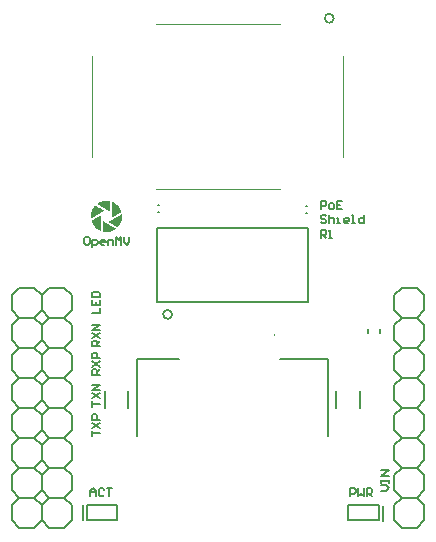
<source format=gto>
G04*
G04 #@! TF.GenerationSoftware,Altium Limited,Altium Designer,21.7.2 (23)*
G04*
G04 Layer_Color=65535*
%FSLAX25Y25*%
%MOIN*%
G70*
G04*
G04 #@! TF.SameCoordinates,2ED69007-8404-4F84-9E22-07974BFFE74B*
G04*
G04*
G04 #@! TF.FilePolarity,Positive*
G04*
G01*
G75*
%ADD10C,0.00500*%
%ADD11C,0.00394*%
%ADD12C,0.00787*%
%ADD13C,0.00787*%
%ADD14C,0.00591*%
%ADD15C,0.00800*%
%ADD16C,0.00544*%
%ADD17C,0.00598*%
%ADD18C,0.00527*%
G36*
X-153454Y82389D02*
X-152754D01*
Y82289D01*
X-152654D01*
Y82189D01*
Y82089D01*
Y81989D01*
Y81889D01*
Y81789D01*
Y81689D01*
Y81589D01*
Y81489D01*
Y81389D01*
Y81289D01*
Y81189D01*
Y81089D01*
Y80989D01*
Y80889D01*
Y80789D01*
Y80689D01*
Y80589D01*
Y80489D01*
Y80389D01*
Y80289D01*
Y80189D01*
Y80089D01*
Y79989D01*
Y79889D01*
Y79789D01*
Y79689D01*
Y79589D01*
Y79489D01*
Y79389D01*
Y79289D01*
Y79189D01*
Y79089D01*
Y78989D01*
Y78889D01*
Y78789D01*
X-152754D01*
Y78889D01*
X-152854D01*
Y78989D01*
X-153054D01*
Y79089D01*
X-153254D01*
Y79189D01*
X-153454D01*
Y79289D01*
X-153554D01*
Y79389D01*
X-153754D01*
Y79489D01*
X-153954D01*
Y79589D01*
X-154054D01*
Y79689D01*
X-154254D01*
Y79789D01*
X-154454D01*
Y79889D01*
X-154654D01*
Y79989D01*
X-154754D01*
Y80089D01*
X-154954D01*
Y80189D01*
X-155154D01*
Y80289D01*
X-155354D01*
Y80389D01*
X-155454D01*
Y80489D01*
X-155654D01*
Y80589D01*
X-155854D01*
Y80689D01*
X-155954D01*
Y80789D01*
X-156154D01*
Y80889D01*
X-156354D01*
Y80989D01*
X-156554D01*
Y81089D01*
X-156654D01*
Y81189D01*
X-156854D01*
Y81289D01*
X-157054D01*
Y81389D01*
X-156954D01*
Y81489D01*
X-156854D01*
Y81589D01*
X-156654D01*
Y81689D01*
X-156554D01*
Y81789D01*
X-156354D01*
Y81889D01*
X-156154D01*
Y81989D01*
X-155954D01*
Y82089D01*
X-155654D01*
Y82189D01*
X-155354D01*
Y82289D01*
X-154954D01*
Y82389D01*
X-154254D01*
Y82489D01*
X-153454D01*
Y82389D01*
D02*
G37*
G36*
X-151854Y81989D02*
X-151654D01*
Y81889D01*
X-151454D01*
Y81789D01*
X-151254D01*
Y81689D01*
X-151054D01*
Y81589D01*
X-150954D01*
Y81489D01*
X-150754D01*
Y81389D01*
X-150654D01*
Y81289D01*
X-150554D01*
Y81189D01*
X-150454D01*
Y81089D01*
X-150354D01*
Y80989D01*
X-150254D01*
Y80889D01*
X-150154D01*
Y80789D01*
X-150054D01*
Y80689D01*
X-149954D01*
Y80589D01*
X-149854D01*
Y80489D01*
X-149754D01*
Y80389D01*
X-149654D01*
Y80289D01*
Y80189D01*
X-149554D01*
Y80089D01*
X-149454D01*
Y79989D01*
Y79889D01*
X-149354D01*
Y79789D01*
Y79689D01*
X-149254D01*
Y79589D01*
Y79489D01*
X-149154D01*
Y79389D01*
Y79289D01*
X-149054D01*
Y79189D01*
Y79089D01*
Y78989D01*
X-148954D01*
Y78889D01*
Y78789D01*
Y78689D01*
Y78589D01*
X-149154D01*
Y78489D01*
X-149354D01*
Y78389D01*
X-149454D01*
Y78289D01*
X-149654D01*
Y78189D01*
X-149854D01*
Y78089D01*
X-149954D01*
Y77989D01*
X-150154D01*
Y77889D01*
X-150354D01*
Y77789D01*
X-150554D01*
Y77689D01*
X-150654D01*
Y77589D01*
X-150854D01*
Y77489D01*
X-151054D01*
Y77389D01*
X-151254D01*
Y77289D01*
X-151354D01*
Y77189D01*
X-151554D01*
Y77089D01*
X-151754D01*
Y76989D01*
X-151854D01*
Y76889D01*
X-151954D01*
Y76989D01*
Y77089D01*
Y77189D01*
Y77289D01*
Y77389D01*
Y77489D01*
Y77589D01*
Y77689D01*
Y77789D01*
Y77889D01*
Y77989D01*
Y78089D01*
Y78189D01*
Y78289D01*
Y78389D01*
Y78489D01*
Y78589D01*
Y78689D01*
Y78789D01*
Y78889D01*
Y78989D01*
Y79089D01*
Y79189D01*
Y79289D01*
Y79389D01*
Y79489D01*
Y79589D01*
Y79689D01*
Y79789D01*
Y79889D01*
Y79989D01*
Y80089D01*
Y80189D01*
Y80289D01*
Y80389D01*
Y80489D01*
Y80589D01*
Y80689D01*
Y80789D01*
Y80889D01*
Y80989D01*
Y81089D01*
Y81189D01*
Y81289D01*
Y81389D01*
Y81489D01*
Y81589D01*
Y81689D01*
Y81789D01*
Y81889D01*
Y81989D01*
Y82089D01*
X-151854D01*
Y81989D01*
D02*
G37*
G36*
X-157554Y80789D02*
X-157354D01*
Y80689D01*
X-157254D01*
Y80589D01*
X-157054D01*
Y80489D01*
X-156854D01*
Y80389D01*
X-156654D01*
Y80289D01*
X-156554D01*
Y80189D01*
X-156354D01*
Y80089D01*
X-156154D01*
Y79989D01*
X-156054D01*
Y79889D01*
X-155854D01*
Y79789D01*
X-155654D01*
Y79689D01*
X-155454D01*
Y79589D01*
X-155354D01*
Y79489D01*
X-155154D01*
Y79389D01*
X-154954D01*
Y79289D01*
X-154854D01*
Y79189D01*
X-154654D01*
Y79089D01*
Y78989D01*
X-154854D01*
Y78889D01*
X-155054D01*
Y78789D01*
X-155254D01*
Y78689D01*
X-155354D01*
Y78589D01*
X-155554D01*
Y78489D01*
X-155754D01*
Y78389D01*
X-155954D01*
Y78289D01*
X-156054D01*
Y78189D01*
X-156254D01*
Y78089D01*
X-156454D01*
Y77989D01*
X-156554D01*
Y77889D01*
X-156754D01*
Y77789D01*
X-156954D01*
Y77689D01*
X-157154D01*
Y77589D01*
X-157254D01*
Y77489D01*
X-157454D01*
Y77389D01*
X-157654D01*
Y77289D01*
X-157854D01*
Y77189D01*
X-157954D01*
Y77089D01*
X-158154D01*
Y76989D01*
X-158354D01*
Y76889D01*
X-158454D01*
Y76789D01*
X-158654D01*
Y76689D01*
X-158854D01*
Y76589D01*
X-159054D01*
Y76689D01*
Y76789D01*
Y76889D01*
Y76989D01*
Y77089D01*
Y77189D01*
Y77289D01*
Y77389D01*
Y77489D01*
Y77589D01*
Y77689D01*
Y77789D01*
Y77889D01*
Y77989D01*
Y78089D01*
Y78189D01*
X-158954D01*
Y78289D01*
Y78389D01*
Y78489D01*
Y78589D01*
X-158854D01*
Y78689D01*
Y78789D01*
Y78889D01*
X-158754D01*
Y78989D01*
Y79089D01*
Y79189D01*
X-158654D01*
Y79289D01*
Y79389D01*
X-158554D01*
Y79489D01*
Y79589D01*
X-158454D01*
Y79689D01*
Y79789D01*
X-158354D01*
Y79889D01*
Y79989D01*
X-158254D01*
Y80089D01*
Y80189D01*
X-158154D01*
Y80289D01*
X-158054D01*
Y80389D01*
X-157954D01*
Y80489D01*
Y80589D01*
X-157854D01*
Y80689D01*
X-157754D01*
Y80789D01*
X-157654D01*
Y80889D01*
X-157554D01*
Y80789D01*
D02*
G37*
G36*
X-148754Y77789D02*
Y77689D01*
Y77589D01*
X-148654D01*
Y77489D01*
Y77389D01*
Y77289D01*
Y77189D01*
Y77089D01*
Y76989D01*
X-148754D01*
Y76889D01*
Y76789D01*
Y76689D01*
Y76589D01*
Y76489D01*
Y76389D01*
Y76289D01*
Y76189D01*
X-148854D01*
Y76089D01*
Y75989D01*
Y75889D01*
Y75789D01*
X-148954D01*
Y75689D01*
Y75589D01*
Y75489D01*
X-149054D01*
Y75389D01*
Y75289D01*
Y75189D01*
X-149154D01*
Y75089D01*
Y74989D01*
X-149254D01*
Y74889D01*
Y74789D01*
X-149354D01*
Y74689D01*
Y74589D01*
X-149454D01*
Y74489D01*
X-149554D01*
Y74389D01*
Y74289D01*
X-149654D01*
Y74189D01*
X-149754D01*
Y74089D01*
Y73989D01*
X-149854D01*
Y73889D01*
X-149954D01*
Y73789D01*
X-150054D01*
Y73689D01*
X-150354D01*
Y73789D01*
X-150554D01*
Y73889D01*
X-150654D01*
Y73989D01*
X-150854D01*
Y74089D01*
X-151054D01*
Y74189D01*
X-151254D01*
Y74289D01*
X-151354D01*
Y74389D01*
X-151554D01*
Y74489D01*
X-151754D01*
Y74589D01*
X-151954D01*
Y74689D01*
X-152054D01*
Y74789D01*
X-152254D01*
Y74889D01*
X-152454D01*
Y74989D01*
X-152554D01*
Y75089D01*
X-152754D01*
Y75189D01*
X-152954D01*
Y75289D01*
X-153154D01*
Y75389D01*
X-153054D01*
Y75489D01*
X-152954D01*
Y75589D01*
X-152754D01*
Y75689D01*
X-152554D01*
Y75789D01*
X-152454D01*
Y75889D01*
X-152254D01*
Y75989D01*
X-152054D01*
Y76089D01*
X-151854D01*
Y76189D01*
X-151754D01*
Y76289D01*
X-151554D01*
Y76389D01*
X-151354D01*
Y76489D01*
X-151254D01*
Y76589D01*
X-151054D01*
Y76689D01*
X-150854D01*
Y76789D01*
X-150654D01*
Y76889D01*
X-150554D01*
Y76989D01*
X-150354D01*
Y77089D01*
X-150154D01*
Y77189D01*
X-149954D01*
Y77289D01*
X-149854D01*
Y77389D01*
X-149654D01*
Y77489D01*
X-149454D01*
Y77589D01*
X-149354D01*
Y77689D01*
X-149154D01*
Y77789D01*
X-148954D01*
Y77889D01*
X-148754D01*
Y77789D01*
D02*
G37*
G36*
X-155854Y77389D02*
Y77289D01*
Y77189D01*
Y77089D01*
Y76989D01*
Y76889D01*
Y76789D01*
Y76689D01*
Y76589D01*
Y76489D01*
Y76389D01*
Y76289D01*
Y76189D01*
Y76089D01*
Y75989D01*
Y75889D01*
Y75789D01*
Y75689D01*
Y75589D01*
Y75489D01*
Y75389D01*
Y75289D01*
Y75189D01*
Y75089D01*
Y74989D01*
Y74889D01*
Y74789D01*
Y74689D01*
Y74589D01*
Y74489D01*
Y74389D01*
Y74289D01*
Y74189D01*
Y74089D01*
Y73989D01*
Y73889D01*
Y73789D01*
Y73689D01*
Y73589D01*
Y73489D01*
Y73389D01*
Y73289D01*
Y73189D01*
Y73089D01*
Y72989D01*
Y72889D01*
Y72789D01*
Y72689D01*
Y72589D01*
Y72489D01*
Y72389D01*
X-155954D01*
Y72489D01*
X-156154D01*
Y72589D01*
X-156354D01*
Y72689D01*
X-156554D01*
Y72789D01*
X-156654D01*
Y72889D01*
X-156854D01*
Y72989D01*
X-156954D01*
Y73089D01*
X-157054D01*
Y73189D01*
X-157254D01*
Y73289D01*
X-157354D01*
Y73389D01*
X-157454D01*
Y73489D01*
X-157554D01*
Y73589D01*
X-157654D01*
Y73689D01*
X-157754D01*
Y73789D01*
X-157854D01*
Y73889D01*
X-157954D01*
Y73989D01*
Y74089D01*
X-158054D01*
Y74189D01*
X-158154D01*
Y74289D01*
X-158254D01*
Y74389D01*
Y74489D01*
X-158354D01*
Y74589D01*
Y74689D01*
X-158454D01*
Y74789D01*
Y74889D01*
X-158554D01*
Y74989D01*
Y75089D01*
X-158654D01*
Y75189D01*
Y75289D01*
X-158754D01*
Y75389D01*
Y75489D01*
X-158854D01*
Y75589D01*
Y75689D01*
Y75789D01*
Y75889D01*
X-158654D01*
Y75989D01*
X-158454D01*
Y76089D01*
X-158354D01*
Y76189D01*
X-158154D01*
Y76289D01*
X-157954D01*
Y76389D01*
X-157754D01*
Y76489D01*
X-157654D01*
Y76589D01*
X-157454D01*
Y76689D01*
X-157254D01*
Y76789D01*
X-157054D01*
Y76889D01*
X-156954D01*
Y76989D01*
X-156754D01*
Y77089D01*
X-156554D01*
Y77189D01*
X-156454D01*
Y77289D01*
X-156254D01*
Y77389D01*
X-156054D01*
Y77489D01*
X-155854D01*
Y77389D01*
D02*
G37*
G36*
X-155054Y75589D02*
X-154854D01*
Y75489D01*
X-154654D01*
Y75389D01*
X-154454D01*
Y75289D01*
X-154354D01*
Y75189D01*
X-154154D01*
Y75089D01*
X-153954D01*
Y74989D01*
X-153854D01*
Y74889D01*
X-153654D01*
Y74789D01*
X-153454D01*
Y74689D01*
X-153254D01*
Y74589D01*
X-153154D01*
Y74489D01*
X-152954D01*
Y74389D01*
X-152754D01*
Y74289D01*
X-152654D01*
Y74189D01*
X-152454D01*
Y74089D01*
X-152254D01*
Y73989D01*
X-152054D01*
Y73889D01*
X-151954D01*
Y73789D01*
X-151754D01*
Y73689D01*
X-151554D01*
Y73589D01*
X-151354D01*
Y73489D01*
X-151254D01*
Y73389D01*
X-151054D01*
Y73289D01*
X-150854D01*
Y73189D01*
X-150654D01*
Y73089D01*
X-150754D01*
Y72989D01*
X-150954D01*
Y72889D01*
X-151054D01*
Y72789D01*
X-151254D01*
Y72689D01*
X-151454D01*
Y72589D01*
X-151654D01*
Y72489D01*
X-151854D01*
Y72389D01*
X-152054D01*
Y72289D01*
X-152454D01*
Y72189D01*
X-152854D01*
Y72089D01*
X-153654D01*
Y71989D01*
X-154254D01*
Y72089D01*
X-155054D01*
Y72189D01*
X-155154D01*
Y72289D01*
Y72389D01*
Y72489D01*
Y72589D01*
Y72689D01*
Y72789D01*
Y72889D01*
Y72989D01*
Y73089D01*
Y73189D01*
Y73289D01*
Y73389D01*
Y73489D01*
Y73589D01*
Y73689D01*
Y73789D01*
Y73889D01*
Y73989D01*
Y74089D01*
Y74189D01*
Y74289D01*
Y74389D01*
Y74489D01*
Y74589D01*
Y74689D01*
Y74789D01*
Y74889D01*
Y74989D01*
Y75089D01*
Y75189D01*
Y75289D01*
Y75389D01*
Y75489D01*
Y75589D01*
Y75689D01*
X-155054D01*
Y75589D01*
D02*
G37*
D10*
X-131997Y44576D02*
G03*
X-131997Y44576I-1500J0D01*
G01*
X-78107Y143273D02*
G03*
X-78107Y143273I-1500J0D01*
G01*
X-73316Y-24101D02*
Y-19101D01*
X-63178D01*
Y-24101D02*
Y-19101D01*
X-73316Y-24101D02*
X-63178D01*
X-150284Y-24101D02*
Y-19101D01*
X-160422Y-24101D02*
X-150284D01*
X-160422D02*
Y-19101D01*
X-150284D01*
D11*
X-97824Y37455D02*
G03*
X-97824Y37848I0J197D01*
G01*
D02*
G03*
X-97824Y37455I0J-197D01*
G01*
X-75107Y97139D02*
Y130604D01*
Y97139D02*
Y130604D01*
X-137489Y86312D02*
X-96150D01*
X-137489D02*
X-96150D01*
X-158532Y97139D02*
Y130604D01*
Y97139D02*
Y130604D01*
X-137489Y141430D02*
X-96150D01*
X-137489D02*
X-96150D01*
D12*
X-137194Y48773D02*
X-86800D01*
Y73379D01*
X-137194D02*
X-86800D01*
X-137194Y48773D02*
Y73379D01*
X-96131Y29581D02*
X-80025D01*
Y3990D02*
Y29581D01*
X-143726Y3990D02*
Y29581D01*
X-129592D01*
D13*
X-69477Y13438D02*
Y18950D01*
X-77351Y13438D02*
Y18950D01*
X-146643Y13438D02*
Y18950D01*
X-154517Y13438D02*
Y18950D01*
D14*
X-62784Y38242D02*
Y39619D01*
X-66721Y38242D02*
Y39619D01*
X-136697Y78619D02*
X-136303D01*
X-136697Y80981D02*
X-136303D01*
X-87297Y80781D02*
X-86903D01*
X-87297Y78419D02*
X-86903D01*
D15*
X-185501Y50899D02*
X-183001Y53399D01*
X-185501Y45899D02*
X-183001Y43399D01*
X-185501Y40899D02*
X-183001Y43399D01*
X-185501Y35899D02*
X-183001Y33399D01*
X-185501Y30899D02*
X-183001Y33399D01*
X-185501Y15899D02*
X-183001Y13399D01*
Y53399D02*
X-178001D01*
X-175501Y50899D01*
X-178001Y43399D02*
X-175501Y45899D01*
X-178001Y43399D02*
X-175501Y40899D01*
X-178001Y33399D02*
X-175501Y35899D01*
X-178001Y33399D02*
X-175501Y30899D01*
X-178001Y23399D02*
X-175501Y25899D01*
X-178001Y23399D02*
X-175501Y20899D01*
X-178001Y13399D02*
X-175501Y15899D01*
X-183001Y43399D02*
X-178001D01*
X-183001Y33399D02*
X-178001D01*
X-183001Y13399D02*
X-178001D01*
X-185501Y25899D02*
Y30899D01*
Y25899D02*
X-183001Y23399D01*
X-185501Y20899D02*
X-183001Y23399D01*
X-185501Y15899D02*
Y20899D01*
Y35899D02*
Y40899D01*
Y45899D02*
Y50899D01*
X-183001Y23399D02*
X-178001D01*
X-185501Y10899D02*
X-183001Y13399D01*
X-185501Y5899D02*
X-183001Y3399D01*
X-185501Y899D02*
X-183001Y3399D01*
X-185501Y-4101D02*
X-183001Y-6601D01*
X-185501Y-9101D02*
X-183001Y-6601D01*
X-185501Y-24101D02*
X-183001Y-26601D01*
X-178001Y13399D02*
X-175501Y10899D01*
X-178001Y3399D02*
X-175501Y5899D01*
X-178001Y3399D02*
X-175501Y899D01*
X-178001Y-6601D02*
X-175501Y-4101D01*
X-178001Y-6601D02*
X-175501Y-9101D01*
X-178001Y-16601D02*
X-175501Y-14101D01*
X-178001Y-16601D02*
X-175501Y-19101D01*
X-178001Y-26601D02*
X-175501Y-24101D01*
X-183001Y3399D02*
X-178001D01*
X-183001Y-6601D02*
X-178001D01*
X-183001Y-26601D02*
X-178001D01*
X-185501Y-14101D02*
Y-9101D01*
Y-14101D02*
X-183001Y-16601D01*
X-185501Y-19101D02*
X-183001Y-16601D01*
X-185501Y-24101D02*
Y-19101D01*
Y-4101D02*
Y899D01*
Y5899D02*
Y10899D01*
X-183001Y-16601D02*
X-178001D01*
X-57942Y50899D02*
X-55442Y53399D01*
X-57942Y45899D02*
X-55442Y43399D01*
X-57942Y40899D02*
X-55442Y43399D01*
X-57942Y35899D02*
X-55442Y33399D01*
X-57942Y30899D02*
X-55442Y33399D01*
X-57942Y15899D02*
X-55442Y13399D01*
Y53399D02*
X-50442D01*
X-47942Y50899D01*
Y45899D02*
Y50899D01*
X-50442Y43399D02*
X-47942Y45899D01*
X-50442Y43399D02*
X-47942Y40899D01*
Y35899D02*
Y40899D01*
X-50442Y33399D02*
X-47942Y35899D01*
X-50442Y33399D02*
X-47942Y30899D01*
Y25899D02*
Y30899D01*
X-50442Y23399D02*
X-47942Y25899D01*
X-50442Y23399D02*
X-47942Y20899D01*
Y15899D02*
Y20899D01*
X-50442Y13399D02*
X-47942Y15899D01*
X-55442Y43399D02*
X-50442D01*
X-55442Y33399D02*
X-50442D01*
X-55442Y13399D02*
X-50442D01*
X-57942Y25899D02*
Y30899D01*
Y25899D02*
X-55442Y23399D01*
X-57942Y20899D02*
X-55442Y23399D01*
X-57942Y15899D02*
Y20899D01*
Y35899D02*
Y40899D01*
Y45899D02*
Y50899D01*
X-55442Y23399D02*
X-50442D01*
X-57942Y10899D02*
X-55442Y13399D01*
X-57942Y5899D02*
X-55442Y3399D01*
X-57942Y899D02*
X-55442Y3399D01*
X-57942Y-4101D02*
X-55442Y-6601D01*
X-57942Y-9101D02*
X-55442Y-6601D01*
X-57942Y-24101D02*
X-55442Y-26601D01*
X-50442Y13399D02*
X-47942Y10899D01*
Y5899D02*
Y10899D01*
X-50442Y3399D02*
X-47942Y5899D01*
X-50442Y3399D02*
X-47942Y899D01*
Y-4101D02*
Y899D01*
X-50442Y-6601D02*
X-47942Y-4101D01*
X-50442Y-6601D02*
X-47942Y-9101D01*
Y-14101D02*
Y-9101D01*
X-50442Y-16601D02*
X-47942Y-14101D01*
X-50442Y-16601D02*
X-47942Y-19101D01*
Y-24101D02*
Y-19101D01*
X-50442Y-26601D02*
X-47942Y-24101D01*
X-55442Y3399D02*
X-50442D01*
X-55442Y-6601D02*
X-50442D01*
X-55442Y-26601D02*
X-50442D01*
X-57942Y-14101D02*
Y-9101D01*
Y-14101D02*
X-55442Y-16601D01*
X-57942Y-19101D02*
X-55442Y-16601D01*
X-57942Y-24101D02*
Y-19101D01*
Y-4101D02*
Y899D01*
Y5899D02*
Y10899D01*
X-55442Y-16601D02*
X-50442D01*
X-175501Y50899D02*
X-173001Y53399D01*
X-175501Y45899D02*
X-173001Y43399D01*
X-175501Y40899D02*
X-173001Y43399D01*
X-175501Y35899D02*
X-173001Y33399D01*
X-175501Y30899D02*
X-173001Y33399D01*
X-175501Y15899D02*
X-173001Y13399D01*
Y53399D02*
X-168001D01*
X-165501Y50899D01*
Y45899D02*
Y50899D01*
X-168001Y43399D02*
X-165501Y45899D01*
X-168001Y43399D02*
X-165501Y40899D01*
Y35899D02*
Y40899D01*
X-168001Y33399D02*
X-165501Y35899D01*
X-168001Y33399D02*
X-165501Y30899D01*
Y25899D02*
Y30899D01*
X-168001Y23399D02*
X-165501Y25899D01*
X-168001Y23399D02*
X-165501Y20899D01*
Y15899D02*
Y20899D01*
X-168001Y13399D02*
X-165501Y15899D01*
X-173001Y43399D02*
X-168001D01*
X-173001Y33399D02*
X-168001D01*
X-173001Y13399D02*
X-168001D01*
X-175501Y25899D02*
Y30899D01*
Y25899D02*
X-173001Y23399D01*
X-175501Y20899D02*
X-173001Y23399D01*
X-175501Y15899D02*
Y20899D01*
Y35899D02*
Y40899D01*
Y45899D02*
Y50899D01*
X-173001Y23399D02*
X-168001D01*
X-175501Y10899D02*
X-173001Y13399D01*
X-175501Y5899D02*
X-173001Y3399D01*
X-175501Y899D02*
X-173001Y3399D01*
X-175501Y-4101D02*
X-173001Y-6601D01*
X-175501Y-9101D02*
X-173001Y-6601D01*
X-175501Y-24101D02*
X-173001Y-26601D01*
X-168001Y13399D02*
X-165501Y10899D01*
Y5899D02*
Y10899D01*
X-168001Y3399D02*
X-165501Y5899D01*
X-168001Y3399D02*
X-165501Y899D01*
Y-4101D02*
Y899D01*
X-168001Y-6601D02*
X-165501Y-4101D01*
X-168001Y-6601D02*
X-165501Y-9101D01*
Y-14101D02*
Y-9101D01*
X-168001Y-16601D02*
X-165501Y-14101D01*
X-168001Y-16601D02*
X-165501Y-19101D01*
Y-24101D02*
Y-19101D01*
X-168001Y-26601D02*
X-165501Y-24101D01*
X-173001Y3399D02*
X-168001D01*
X-173001Y-6601D02*
X-168001D01*
X-173001Y-26601D02*
X-168001D01*
X-175501Y-14101D02*
Y-9101D01*
Y-14101D02*
X-173001Y-16601D01*
X-175501Y-19101D02*
X-173001Y-16601D01*
X-175501Y-24101D02*
Y-19101D01*
Y-4101D02*
Y899D01*
Y5899D02*
Y10899D01*
X-173001Y-16601D02*
X-168001D01*
X-61800Y-24160D02*
Y-19160D01*
X-161800Y-24042D02*
Y-19042D01*
D16*
X-82469Y70132D02*
Y72851D01*
X-81109D01*
X-80656Y72398D01*
Y71492D01*
X-81109Y71038D01*
X-82469D01*
X-81563D02*
X-80656Y70132D01*
X-79750D02*
X-78843D01*
X-79297D01*
Y72851D01*
X-79750Y72398D01*
X-80656Y77198D02*
X-81109Y77651D01*
X-82016D01*
X-82469Y77198D01*
Y76745D01*
X-82016Y76292D01*
X-81109D01*
X-80656Y75838D01*
Y75385D01*
X-81109Y74932D01*
X-82016D01*
X-82469Y75385D01*
X-79750Y77651D02*
Y74932D01*
Y76292D01*
X-79297Y76745D01*
X-78390D01*
X-77937Y76292D01*
Y74932D01*
X-77031D02*
X-76124D01*
X-76578D01*
Y76745D01*
X-77031D01*
X-73405Y74932D02*
X-74312D01*
X-74765Y75385D01*
Y76292D01*
X-74312Y76745D01*
X-73405D01*
X-72952Y76292D01*
Y75838D01*
X-74765D01*
X-72046Y74932D02*
X-71139D01*
X-71592D01*
Y77651D01*
X-72046D01*
X-67967D02*
Y74932D01*
X-69327D01*
X-69780Y75385D01*
Y76292D01*
X-69327Y76745D01*
X-67967D01*
X-82469Y79732D02*
Y82451D01*
X-81109D01*
X-80656Y81998D01*
Y81092D01*
X-81109Y80638D01*
X-82469D01*
X-79297Y79732D02*
X-78390D01*
X-77937Y80185D01*
Y81092D01*
X-78390Y81545D01*
X-79297D01*
X-79750Y81092D01*
Y80185D01*
X-79297Y79732D01*
X-75218Y82451D02*
X-77031D01*
Y79732D01*
X-75218D01*
X-77031Y81092D02*
X-76124D01*
D17*
X-62391Y-14226D02*
X-60578D01*
X-59672Y-13319D01*
X-60578Y-12413D01*
X-62391D01*
Y-11507D02*
Y-10600D01*
Y-11054D01*
X-59672D01*
Y-11507D01*
Y-10600D01*
Y-9241D02*
X-62391D01*
X-59672Y-7428D01*
X-62391D01*
X-158810Y3990D02*
Y5803D01*
Y4896D01*
X-156091D01*
X-158810Y6709D02*
X-156091Y8522D01*
X-158810D02*
X-156091Y6709D01*
Y9428D02*
X-158810D01*
Y10788D01*
X-158357Y11241D01*
X-157451D01*
X-156997Y10788D01*
Y9428D01*
X-158810Y13832D02*
Y15645D01*
Y14738D01*
X-156091D01*
X-158810Y16551D02*
X-156091Y18364D01*
X-158810D02*
X-156091Y16551D01*
Y19270D02*
X-158810D01*
X-156091Y21083D01*
X-158810D01*
X-156091Y24462D02*
X-158810D01*
Y25822D01*
X-158357Y26275D01*
X-157451D01*
X-156997Y25822D01*
Y24462D01*
Y25368D02*
X-156091Y26275D01*
X-158810Y27181D02*
X-156091Y28994D01*
X-158810D02*
X-156091Y27181D01*
Y29900D02*
X-158810D01*
Y31260D01*
X-158357Y31713D01*
X-157451D01*
X-156997Y31260D01*
Y29900D01*
X-156091Y33911D02*
X-158810D01*
Y35271D01*
X-158357Y35724D01*
X-157451D01*
X-156997Y35271D01*
Y33911D01*
Y34817D02*
X-156091Y35724D01*
X-158810Y36630D02*
X-156091Y38443D01*
X-158810D02*
X-156091Y36630D01*
Y39349D02*
X-158810D01*
X-156091Y41162D01*
X-158810D01*
Y44935D02*
X-156091D01*
Y46748D01*
X-158810Y49467D02*
Y47654D01*
X-156091D01*
Y49467D01*
X-157451Y47654D02*
Y48561D01*
X-158810Y50373D02*
X-156091D01*
Y51733D01*
X-156544Y52186D01*
X-158357D01*
X-158810Y51733D01*
Y50373D01*
X-72627Y-16089D02*
Y-13370D01*
X-71267D01*
X-70814Y-13823D01*
Y-14729D01*
X-71267Y-15183D01*
X-72627D01*
X-69908Y-13370D02*
Y-16089D01*
X-69002Y-15183D01*
X-68095Y-16089D01*
Y-13370D01*
X-67189Y-16089D02*
Y-13370D01*
X-65829D01*
X-65376Y-13823D01*
Y-14729D01*
X-65829Y-15183D01*
X-67189D01*
X-66282D02*
X-65376Y-16089D01*
X-159241D02*
Y-14276D01*
X-158335Y-13370D01*
X-157428Y-14276D01*
Y-16089D01*
Y-14729D01*
X-159241D01*
X-154709Y-13823D02*
X-155162Y-13370D01*
X-156069D01*
X-156522Y-13823D01*
Y-15636D01*
X-156069Y-16089D01*
X-155162D01*
X-154709Y-15636D01*
X-153803Y-13370D02*
X-151990D01*
X-152896D01*
Y-16089D01*
D18*
X-159892Y70403D02*
X-160770D01*
X-161209Y69964D01*
Y68208D01*
X-160770Y67769D01*
X-159892D01*
X-159453Y68208D01*
Y69964D01*
X-159892Y70403D01*
X-158575Y66891D02*
Y69525D01*
X-157258D01*
X-156819Y69086D01*
Y68208D01*
X-157258Y67769D01*
X-158575D01*
X-154624D02*
X-155502D01*
X-155941Y68208D01*
Y69086D01*
X-155502Y69525D01*
X-154624D01*
X-154185Y69086D01*
Y68647D01*
X-155941D01*
X-153306Y67769D02*
Y69525D01*
X-151989D01*
X-151550Y69086D01*
Y67769D01*
X-150672D02*
Y70403D01*
X-149794Y69525D01*
X-148916Y70403D01*
Y67769D01*
X-148038Y70403D02*
Y68647D01*
X-147160Y67769D01*
X-146282Y68647D01*
Y70403D01*
M02*

</source>
